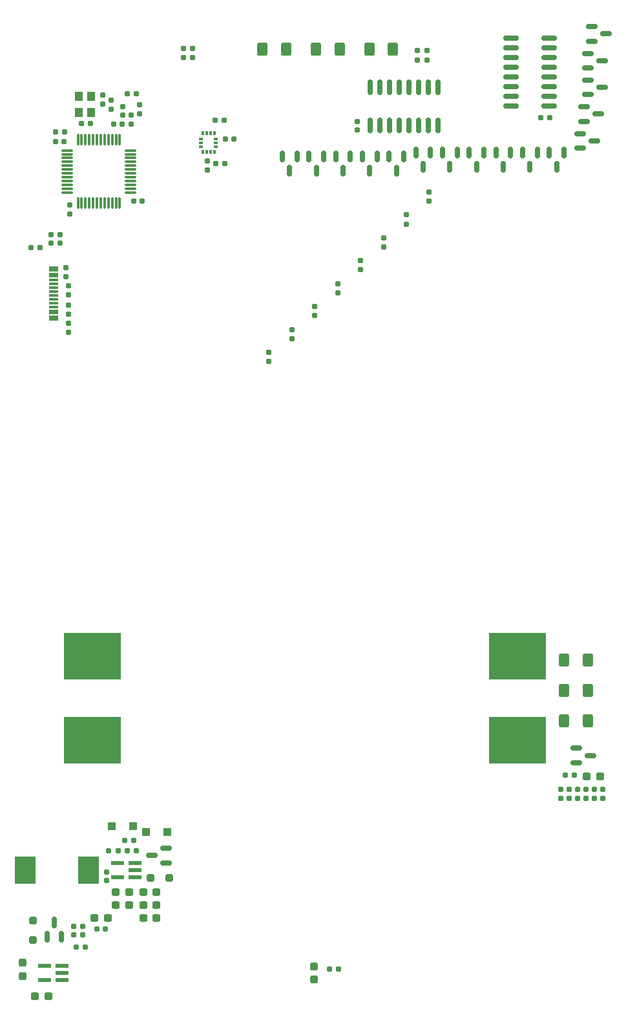
<source format=gbr>
%TF.GenerationSoftware,KiCad,Pcbnew,8.0.8*%
%TF.CreationDate,2025-07-10T22:25:39+08:00*%
%TF.ProjectId,pcb_badge,7063625f-6261-4646-9765-2e6b69636164,rev?*%
%TF.SameCoordinates,Original*%
%TF.FileFunction,Paste,Bot*%
%TF.FilePolarity,Positive*%
%FSLAX46Y46*%
G04 Gerber Fmt 4.6, Leading zero omitted, Abs format (unit mm)*
G04 Created by KiCad (PCBNEW 8.0.8) date 2025-07-10 22:25:39*
%MOMM*%
%LPD*%
G01*
G04 APERTURE LIST*
G04 Aperture macros list*
%AMRoundRect*
0 Rectangle with rounded corners*
0 $1 Rounding radius*
0 $2 $3 $4 $5 $6 $7 $8 $9 X,Y pos of 4 corners*
0 Add a 4 corners polygon primitive as box body*
4,1,4,$2,$3,$4,$5,$6,$7,$8,$9,$2,$3,0*
0 Add four circle primitives for the rounded corners*
1,1,$1+$1,$2,$3*
1,1,$1+$1,$4,$5*
1,1,$1+$1,$6,$7*
1,1,$1+$1,$8,$9*
0 Add four rect primitives between the rounded corners*
20,1,$1+$1,$2,$3,$4,$5,0*
20,1,$1+$1,$4,$5,$6,$7,0*
20,1,$1+$1,$6,$7,$8,$9,0*
20,1,$1+$1,$8,$9,$2,$3,0*%
G04 Aperture macros list end*
%ADD10RoundRect,0.155000X0.212500X0.155000X-0.212500X0.155000X-0.212500X-0.155000X0.212500X-0.155000X0*%
%ADD11RoundRect,0.150000X-0.150000X0.587500X-0.150000X-0.587500X0.150000X-0.587500X0.150000X0.587500X0*%
%ADD12RoundRect,0.160000X0.160000X-0.197500X0.160000X0.197500X-0.160000X0.197500X-0.160000X-0.197500X0*%
%ADD13RoundRect,0.075000X-0.075000X0.662500X-0.075000X-0.662500X0.075000X-0.662500X0.075000X0.662500X0*%
%ADD14RoundRect,0.075000X-0.662500X0.075000X-0.662500X-0.075000X0.662500X-0.075000X0.662500X0.075000X0*%
%ADD15RoundRect,0.237500X-0.300000X-0.237500X0.300000X-0.237500X0.300000X0.237500X-0.300000X0.237500X0*%
%ADD16R,1.805236X0.612132*%
%ADD17RoundRect,0.250000X-0.250000X0.250000X-0.250000X-0.250000X0.250000X-0.250000X0.250000X0.250000X0*%
%ADD18RoundRect,0.160000X-0.160000X0.197500X-0.160000X-0.197500X0.160000X-0.197500X0.160000X0.197500X0*%
%ADD19RoundRect,0.250000X0.400000X0.625000X-0.400000X0.625000X-0.400000X-0.625000X0.400000X-0.625000X0*%
%ADD20R,1.300000X0.300000*%
%ADD21RoundRect,0.160000X-0.197500X-0.160000X0.197500X-0.160000X0.197500X0.160000X-0.197500X0.160000X0*%
%ADD22RoundRect,0.237500X-0.237500X0.300000X-0.237500X-0.300000X0.237500X-0.300000X0.237500X0.300000X0*%
%ADD23RoundRect,0.150000X-0.587500X-0.150000X0.587500X-0.150000X0.587500X0.150000X-0.587500X0.150000X0*%
%ADD24RoundRect,0.160000X0.197500X0.160000X-0.197500X0.160000X-0.197500X-0.160000X0.197500X-0.160000X0*%
%ADD25RoundRect,0.155000X-0.212500X-0.155000X0.212500X-0.155000X0.212500X0.155000X-0.212500X0.155000X0*%
%ADD26RoundRect,0.155000X-0.155000X0.212500X-0.155000X-0.212500X0.155000X-0.212500X0.155000X0.212500X0*%
%ADD27RoundRect,0.150000X0.587500X0.150000X-0.587500X0.150000X-0.587500X-0.150000X0.587500X-0.150000X0*%
%ADD28RoundRect,0.150000X-0.850000X-0.150000X0.850000X-0.150000X0.850000X0.150000X-0.850000X0.150000X0*%
%ADD29RoundRect,0.250000X-0.300000X-0.300000X0.300000X-0.300000X0.300000X0.300000X-0.300000X0.300000X0*%
%ADD30RoundRect,0.150000X-0.150000X0.850000X-0.150000X-0.850000X0.150000X-0.850000X0.150000X0.850000X0*%
%ADD31RoundRect,0.237500X0.300000X0.237500X-0.300000X0.237500X-0.300000X-0.237500X0.300000X-0.237500X0*%
%ADD32R,7.450000X6.100000*%
%ADD33R,2.700000X3.600000*%
%ADD34RoundRect,0.155000X0.155000X-0.212500X0.155000X0.212500X-0.155000X0.212500X-0.155000X-0.212500X0*%
%ADD35R,1.100000X1.300000*%
%ADD36RoundRect,0.150000X0.150000X-0.587500X0.150000X0.587500X-0.150000X0.587500X-0.150000X-0.587500X0*%
%ADD37RoundRect,0.250000X0.250000X0.250000X-0.250000X0.250000X-0.250000X-0.250000X0.250000X-0.250000X0*%
%ADD38R,0.355600X0.558800*%
%ADD39R,0.558800X0.355600*%
%ADD40RoundRect,0.250000X0.300000X0.300000X-0.300000X0.300000X-0.300000X-0.300000X0.300000X-0.300000X0*%
G04 APERTURE END LIST*
D10*
%TO.C,C40*%
X147067502Y-43000000D03*
X145932502Y-43000000D03*
%TD*%
D11*
%TO.C,Q90*%
X140050002Y-47562500D03*
X141950002Y-47562500D03*
X141000002Y-49437500D03*
%TD*%
D12*
%TO.C,R24*%
X83700000Y-63797500D03*
X83700000Y-62602500D03*
%TD*%
D13*
%TO.C,U3*%
X85250002Y-45837500D03*
X85750002Y-45837500D03*
X86250002Y-45837500D03*
X86750002Y-45837500D03*
X87250002Y-45837500D03*
X87750002Y-45837500D03*
X88250002Y-45837500D03*
X88750002Y-45837500D03*
X89250002Y-45837500D03*
X89750002Y-45837500D03*
X90250002Y-45837500D03*
X90750002Y-45837500D03*
D14*
X92162502Y-47250000D03*
X92162502Y-47750000D03*
X92162502Y-48250000D03*
X92162502Y-48750000D03*
X92162502Y-49250000D03*
X92162502Y-49750000D03*
X92162502Y-50250000D03*
X92162502Y-50750000D03*
X92162502Y-51250000D03*
X92162502Y-51750000D03*
X92162502Y-52250000D03*
X92162502Y-52750000D03*
D13*
X90750002Y-54162500D03*
X90250002Y-54162500D03*
X89750002Y-54162500D03*
X89250002Y-54162500D03*
X88750002Y-54162500D03*
X88250002Y-54162500D03*
X87750002Y-54162500D03*
X87250002Y-54162500D03*
X86750002Y-54162500D03*
X86250002Y-54162500D03*
X85750002Y-54162500D03*
X85250002Y-54162500D03*
D14*
X83837502Y-52750000D03*
X83837502Y-52250000D03*
X83837502Y-51750000D03*
X83837502Y-51250000D03*
X83837502Y-50750000D03*
X83837502Y-50250000D03*
X83837502Y-49750000D03*
X83837502Y-49250000D03*
X83837502Y-48750000D03*
X83837502Y-48250000D03*
X83837502Y-47750000D03*
X83837502Y-47250000D03*
%TD*%
D15*
%TO.C,C24*%
X93837502Y-146100000D03*
X95562502Y-146100000D03*
%TD*%
D16*
%TO.C,U1*%
X83150483Y-154049999D03*
X83150483Y-155000000D03*
X83150483Y-155950001D03*
X80849517Y-155950001D03*
X80849517Y-154049999D03*
%TD*%
D17*
%TO.C,D9*%
X79400002Y-148150000D03*
X79400002Y-150650000D03*
%TD*%
D18*
%TO.C,R97*%
X131300002Y-52702500D03*
X131300002Y-53897500D03*
%TD*%
D19*
%TO.C,R164*%
X112550000Y-34000000D03*
X109450000Y-34000000D03*
%TD*%
D10*
%TO.C,C32*%
X83467502Y-46100000D03*
X82332502Y-46100000D03*
%TD*%
D20*
%TO.C,J1*%
X82070000Y-69350000D03*
X82070000Y-68550000D03*
X82070000Y-67250000D03*
X82070000Y-66250000D03*
X82070000Y-65750000D03*
X82070000Y-64750000D03*
X82070000Y-63450000D03*
X82070000Y-62650000D03*
X82070000Y-62950000D03*
X82070000Y-63750000D03*
X82070000Y-64250000D03*
X82070000Y-65250000D03*
X82070000Y-66750000D03*
X82070000Y-67750000D03*
X82070000Y-68250000D03*
X82070000Y-69050000D03*
%TD*%
D12*
%TO.C,R32*%
X148500000Y-132097500D03*
X148500000Y-130902500D03*
%TD*%
D21*
%TO.C,R10*%
X85002502Y-151600000D03*
X86197502Y-151600000D03*
%TD*%
D22*
%TO.C,C11*%
X78000000Y-153637500D03*
X78000000Y-155362500D03*
%TD*%
D12*
%TO.C,R36*%
X150700000Y-132097500D03*
X150700000Y-130902500D03*
%TD*%
D23*
%TO.C,Q9*%
X150562502Y-127450000D03*
X150562502Y-125550000D03*
X152437502Y-126500000D03*
%TD*%
D12*
%TO.C,R4*%
X93300000Y-42497500D03*
X93300000Y-41302500D03*
%TD*%
%TO.C,R35*%
X151800000Y-132097500D03*
X151800000Y-130902500D03*
%TD*%
D19*
%TO.C,R165*%
X152050000Y-114000000D03*
X148950000Y-114000000D03*
%TD*%
D15*
%TO.C,C25*%
X93837502Y-144400000D03*
X95562502Y-144400000D03*
%TD*%
D24*
%TO.C,R17*%
X82897502Y-58300000D03*
X81702502Y-58300000D03*
%TD*%
D25*
%TO.C,C30*%
X92532502Y-53900000D03*
X93667502Y-53900000D03*
%TD*%
%TO.C,C38*%
X85732502Y-43700000D03*
X86867502Y-43700000D03*
%TD*%
D24*
%TO.C,R19*%
X85897502Y-150000000D03*
X84702502Y-150000000D03*
%TD*%
D12*
%TO.C,R21*%
X89600000Y-41897500D03*
X89600000Y-40702500D03*
%TD*%
D22*
%TO.C,C60*%
X116200000Y-154137500D03*
X116200000Y-155862500D03*
%TD*%
D11*
%TO.C,Q99*%
X115550002Y-48062500D03*
X117450002Y-48062500D03*
X116500002Y-49937500D03*
%TD*%
D12*
%TO.C,R34*%
X152900000Y-132097500D03*
X152900000Y-130902500D03*
%TD*%
%TO.C,R31*%
X149600000Y-132097500D03*
X149600000Y-130902500D03*
%TD*%
D25*
%TO.C,C51*%
X103365000Y-49000000D03*
X104500000Y-49000000D03*
%TD*%
D24*
%TO.C,R20*%
X83497502Y-44800000D03*
X82302502Y-44800000D03*
%TD*%
D18*
%TO.C,R96*%
X128300002Y-55702500D03*
X128300002Y-56897500D03*
%TD*%
D15*
%TO.C,C20*%
X87437502Y-147800000D03*
X89162502Y-147800000D03*
%TD*%
D24*
%TO.C,R23*%
X92897502Y-139000000D03*
X91702502Y-139000000D03*
%TD*%
D12*
%TO.C,R6*%
X99100000Y-35097500D03*
X99100000Y-33902500D03*
%TD*%
D18*
%TO.C,R95*%
X125300002Y-58702500D03*
X125300002Y-59897500D03*
%TD*%
D26*
%TO.C,C21*%
X89000002Y-141732500D03*
X89000002Y-142867500D03*
%TD*%
D11*
%TO.C,Q91*%
X143550002Y-47562500D03*
X145450002Y-47562500D03*
X144500002Y-49437500D03*
%TD*%
D23*
%TO.C,Q94*%
X151562502Y-43450000D03*
X151562502Y-41550000D03*
X153437502Y-42500000D03*
%TD*%
D26*
%TO.C,C37*%
X88500000Y-40032500D03*
X88500000Y-41167500D03*
%TD*%
D21*
%TO.C,R11*%
X91702500Y-39800000D03*
X92897500Y-39800000D03*
%TD*%
D11*
%TO.C,Q915*%
X136550002Y-47562500D03*
X138450002Y-47562500D03*
X137500002Y-49437500D03*
%TD*%
D24*
%TO.C,R5*%
X92597502Y-137600000D03*
X91402502Y-137600000D03*
%TD*%
D18*
%TO.C,R90*%
X110300002Y-73702500D03*
X110300002Y-74897500D03*
%TD*%
D11*
%TO.C,Q98*%
X112050002Y-48062500D03*
X113950002Y-48062500D03*
X113000002Y-49937500D03*
%TD*%
D10*
%TO.C,C33*%
X91067500Y-43800000D03*
X89932500Y-43800000D03*
%TD*%
D27*
%TO.C,Q2*%
X96837502Y-138650000D03*
X96837502Y-140550000D03*
X94962502Y-139600000D03*
%TD*%
D19*
%TO.C,R166*%
X126550000Y-34000000D03*
X123450000Y-34000000D03*
%TD*%
D15*
%TO.C,C10*%
X79637500Y-158000000D03*
X81362500Y-158000000D03*
%TD*%
D18*
%TO.C,R92*%
X116300002Y-67702500D03*
X116300002Y-68897500D03*
%TD*%
D12*
%TO.C,R9*%
X129700000Y-35397500D03*
X129700000Y-34202500D03*
%TD*%
D21*
%TO.C,R16*%
X81702502Y-59400000D03*
X82897502Y-59400000D03*
%TD*%
D11*
%TO.C,Q911*%
X122550002Y-48062500D03*
X124450002Y-48062500D03*
X123500002Y-49937500D03*
%TD*%
%TO.C,Q912*%
X126050002Y-48062500D03*
X127950002Y-48062500D03*
X127000002Y-49937500D03*
%TD*%
D28*
%TO.C,U4*%
X142000000Y-41445000D03*
X142000000Y-40175000D03*
X142000000Y-38905000D03*
X142000000Y-37635000D03*
X142000000Y-36365000D03*
X142000000Y-35095000D03*
X142000000Y-33825000D03*
X142000000Y-32555000D03*
X147000000Y-32555000D03*
X147000000Y-33825000D03*
X147000000Y-35095000D03*
X147000000Y-36365000D03*
X147000000Y-37635000D03*
X147000000Y-38905000D03*
X147000000Y-40175000D03*
X147000000Y-41445000D03*
%TD*%
D25*
%TO.C,C1*%
X87732502Y-149250000D03*
X88867502Y-149250000D03*
%TD*%
D26*
%TO.C,C31*%
X84200002Y-54432500D03*
X84200002Y-55567500D03*
%TD*%
D29*
%TO.C,D2*%
X89700002Y-135750000D03*
X92500002Y-135750000D03*
%TD*%
D11*
%TO.C,Q914*%
X133050002Y-47562500D03*
X134950002Y-47562500D03*
X134000002Y-49437500D03*
%TD*%
D30*
%TO.C,U8*%
X123555000Y-39000000D03*
X124825000Y-39000000D03*
X126095000Y-39000000D03*
X127365000Y-39000000D03*
X128635000Y-39000000D03*
X129905000Y-39000000D03*
X131175000Y-39000000D03*
X132445000Y-39000000D03*
X132445000Y-44000000D03*
X131175000Y-44000000D03*
X129905000Y-44000000D03*
X128635000Y-44000000D03*
X127365000Y-44000000D03*
X126095000Y-44000000D03*
X124825000Y-44000000D03*
X123555000Y-44000000D03*
%TD*%
D24*
%TO.C,R3*%
X80297500Y-60000000D03*
X79102500Y-60000000D03*
%TD*%
D26*
%TO.C,C34*%
X91100000Y-41532500D03*
X91100000Y-42667500D03*
%TD*%
D19*
%TO.C,R162*%
X152050000Y-122000000D03*
X148950000Y-122000000D03*
%TD*%
D16*
%TO.C,U2*%
X92750485Y-140549999D03*
X92750485Y-141500000D03*
X92750485Y-142450001D03*
X90449519Y-142450001D03*
X90449519Y-140549999D03*
%TD*%
D18*
%TO.C,R2*%
X84000000Y-65002500D03*
X84000000Y-66197500D03*
%TD*%
D31*
%TO.C,C22*%
X91962502Y-144400000D03*
X90237502Y-144400000D03*
%TD*%
%TO.C,C92*%
X153662500Y-129200000D03*
X151937500Y-129200000D03*
%TD*%
D18*
%TO.C,R1*%
X84000000Y-67502500D03*
X84000000Y-68697500D03*
%TD*%
D21*
%TO.C,R50*%
X103202500Y-43300000D03*
X104397500Y-43300000D03*
%TD*%
D25*
%TO.C,C50*%
X104557500Y-45750000D03*
X105692500Y-45750000D03*
%TD*%
D12*
%TO.C,R7*%
X131000002Y-35397500D03*
X131000002Y-34202500D03*
%TD*%
D11*
%TO.C,Q92*%
X147050002Y-47562500D03*
X148950002Y-47562500D03*
X148000002Y-49437500D03*
%TD*%
D21*
%TO.C,R18*%
X84702502Y-148900000D03*
X85897502Y-148900000D03*
%TD*%
D12*
%TO.C,R33*%
X154000000Y-132097500D03*
X154000000Y-130902500D03*
%TD*%
D32*
%TO.C,BT1*%
X87125000Y-113500000D03*
X142875000Y-113500000D03*
X142875000Y-124500000D03*
X87125000Y-124500000D03*
%TD*%
D11*
%TO.C,Q910*%
X119050002Y-48062500D03*
X120950002Y-48062500D03*
X120000002Y-49937500D03*
%TD*%
D18*
%TO.C,R93*%
X119300002Y-64702500D03*
X119300002Y-65897500D03*
%TD*%
D31*
%TO.C,C26*%
X91962502Y-146100000D03*
X90237502Y-146100000D03*
%TD*%
D33*
%TO.C,L20*%
X78350002Y-141500000D03*
X86650002Y-141500000D03*
%TD*%
D12*
%TO.C,R25*%
X84000000Y-71097500D03*
X84000000Y-69902500D03*
%TD*%
D23*
%TO.C,Q96*%
X152062502Y-36450000D03*
X152062502Y-34550000D03*
X153937502Y-35500000D03*
%TD*%
D19*
%TO.C,R167*%
X119550000Y-34000000D03*
X116450000Y-34000000D03*
%TD*%
D12*
%TO.C,R8*%
X100300000Y-35097500D03*
X100300000Y-33902500D03*
%TD*%
D34*
%TO.C,C80*%
X121900000Y-44567500D03*
X121900000Y-43432500D03*
%TD*%
D15*
%TO.C,C23*%
X93837502Y-147800000D03*
X95562502Y-147800000D03*
%TD*%
D21*
%TO.C,R22*%
X89302502Y-139000000D03*
X90497502Y-139000000D03*
%TD*%
D18*
%TO.C,R91*%
X113300002Y-70702500D03*
X113300002Y-71897500D03*
%TD*%
D21*
%TO.C,R61*%
X118202500Y-154500000D03*
X119397500Y-154500000D03*
%TD*%
D19*
%TO.C,R163*%
X152050000Y-118000000D03*
X148950000Y-118000000D03*
%TD*%
D35*
%TO.C,Y1*%
X87025000Y-40150000D03*
X87025000Y-42250000D03*
X85375000Y-42250000D03*
X85375000Y-40150000D03*
%TD*%
D18*
%TO.C,R94*%
X122300002Y-61702500D03*
X122300002Y-62897500D03*
%TD*%
D36*
%TO.C,Q1*%
X83112502Y-150237500D03*
X81212502Y-150237500D03*
X82162502Y-148362500D03*
%TD*%
D12*
%TO.C,R51*%
X102200000Y-49797500D03*
X102200000Y-48602500D03*
%TD*%
D37*
%TO.C,D1*%
X97250002Y-142500000D03*
X94750002Y-142500000D03*
%TD*%
D23*
%TO.C,Q93*%
X151062502Y-46950000D03*
X151062502Y-45050000D03*
X152937502Y-46000000D03*
%TD*%
%TO.C,Q97*%
X152562502Y-32950000D03*
X152562502Y-31050000D03*
X154437502Y-32000000D03*
%TD*%
D12*
%TO.C,R30*%
X92200000Y-43797500D03*
X92200000Y-42602500D03*
%TD*%
D11*
%TO.C,Q913*%
X129550002Y-47562500D03*
X131450002Y-47562500D03*
X130500002Y-49437500D03*
%TD*%
D23*
%TO.C,Q95*%
X152062502Y-39950000D03*
X152062502Y-38050000D03*
X153937502Y-39000000D03*
%TD*%
D21*
%TO.C,R14*%
X149102500Y-129100000D03*
X150297500Y-129100000D03*
%TD*%
D38*
%TO.C,U5*%
X101624811Y-45030800D03*
X102124937Y-45030800D03*
X102625063Y-45030800D03*
X103125189Y-45030800D03*
D39*
X103340200Y-45749874D03*
X103340200Y-46250000D03*
X103340200Y-46750126D03*
D38*
X103125189Y-47469200D03*
X102625063Y-47469200D03*
X102124937Y-47469200D03*
X101624811Y-47469200D03*
D39*
X101409800Y-46750126D03*
X101409800Y-46250000D03*
X101409800Y-45749874D03*
%TD*%
D40*
%TO.C,D18*%
X97000002Y-136500000D03*
X94200002Y-136500000D03*
%TD*%
M02*

</source>
